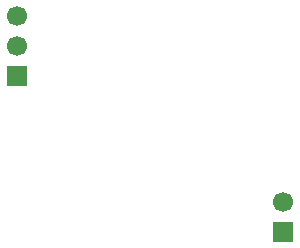
<source format=gbr>
%TF.GenerationSoftware,KiCad,Pcbnew,9.0.7*%
%TF.CreationDate,2026-02-01T15:04:17-08:00*%
%TF.ProjectId,SensingDevice,53656e73-696e-4674-9465-766963652e6b,rev?*%
%TF.SameCoordinates,Original*%
%TF.FileFunction,Copper,L2,Bot*%
%TF.FilePolarity,Positive*%
%FSLAX46Y46*%
G04 Gerber Fmt 4.6, Leading zero omitted, Abs format (unit mm)*
G04 Created by KiCad (PCBNEW 9.0.7) date 2026-02-01 15:04:17*
%MOMM*%
%LPD*%
G01*
G04 APERTURE LIST*
%TA.AperFunction,ComponentPad*%
%ADD10R,1.700000X1.700000*%
%TD*%
%TA.AperFunction,ComponentPad*%
%ADD11C,1.700000*%
%TD*%
G04 APERTURE END LIST*
D10*
%TO.P,J2,1,3V3*%
%TO.N,/3V3*%
X156000000Y-90275000D03*
D11*
%TO.P,J2,2,GND*%
%TO.N,/GND*%
X156000000Y-87735000D03*
%TD*%
D10*
%TO.P,J1,1,VCC*%
%TO.N,/3V3*%
X133500000Y-77040000D03*
D11*
%TO.P,J1,2,SIG*%
%TO.N,Net-(J1-SIG)*%
X133500000Y-74500000D03*
%TO.P,J1,3,GND*%
%TO.N,/GND*%
X133500000Y-71960000D03*
%TD*%
M02*

</source>
